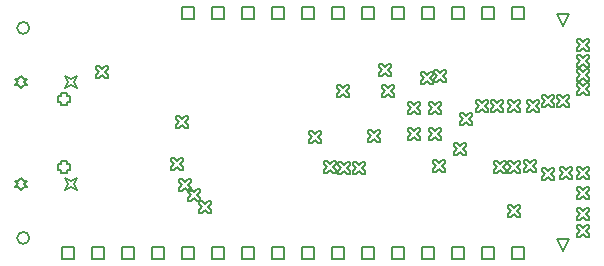
<source format=gbr>
%TF.GenerationSoftware,Altium Limited,Altium Designer,18.1.7 (191)*%
G04 Layer_Color=2752767*
%FSLAX26Y26*%
%MOIN*%
%TF.FileFunction,Drawing*%
%TF.Part,Single*%
G01*
G75*
%TA.AperFunction,NonConductor*%
%ADD29C,0.005000*%
%ADD80C,0.006667*%
D29*
X1741323Y844567D02*
Y884567D01*
X1781323D01*
Y844567D01*
X1741323D01*
X1641323D02*
Y884567D01*
X1681323D01*
Y844567D01*
X1641323D01*
X1541323D02*
Y884567D01*
X1581323D01*
Y844567D01*
X1541323D01*
X1441323D02*
Y884567D01*
X1481323D01*
Y844567D01*
X1441323D01*
X1341323D02*
Y884567D01*
X1381323D01*
Y844567D01*
X1341323D01*
X1241323D02*
Y884567D01*
X1281323D01*
Y844567D01*
X1241323D01*
X1141323D02*
Y884567D01*
X1181323D01*
Y844567D01*
X1141323D01*
X1041323D02*
Y884567D01*
X1081323D01*
Y844567D01*
X1041323D01*
X941323D02*
Y884567D01*
X981323D01*
Y844567D01*
X941323D01*
X841323D02*
Y884567D01*
X881323D01*
Y844567D01*
X841323D01*
X741323D02*
Y884567D01*
X781323D01*
Y844567D01*
X741323D01*
X641323D02*
Y884567D01*
X681323D01*
Y844567D01*
X641323D01*
X1741323Y44567D02*
Y84567D01*
X1781323D01*
Y44567D01*
X1741323D01*
X1641323D02*
Y84567D01*
X1681323D01*
Y44567D01*
X1641323D01*
X1541323D02*
Y84567D01*
X1581323D01*
Y44567D01*
X1541323D01*
X1441323D02*
Y84567D01*
X1481323D01*
Y44567D01*
X1441323D01*
X1341323D02*
Y84567D01*
X1381323D01*
Y44567D01*
X1341323D01*
X1241323D02*
Y84567D01*
X1281323D01*
Y44567D01*
X1241323D01*
X1141323D02*
Y84567D01*
X1181323D01*
Y44567D01*
X1141323D01*
X1041323D02*
Y84567D01*
X1081323D01*
Y44567D01*
X1041323D01*
X941323D02*
Y84567D01*
X981323D01*
Y44567D01*
X941323D01*
X841323D02*
Y84567D01*
X881323D01*
Y44567D01*
X841323D01*
X741323D02*
Y84567D01*
X781323D01*
Y44567D01*
X741323D01*
X641323D02*
Y84567D01*
X681323D01*
Y44567D01*
X641323D01*
X541323D02*
Y84567D01*
X581323D01*
Y44567D01*
X541323D01*
X441323D02*
Y84567D01*
X481323D01*
Y44567D01*
X441323D01*
X341323D02*
Y84567D01*
X381323D01*
Y44567D01*
X341323D01*
X241323D02*
Y84567D01*
X281323D01*
Y44567D01*
X241323D01*
X1911323Y819567D02*
X1891323Y859567D01*
X1931323D01*
X1911323Y819567D01*
Y69567D02*
X1891323Y109567D01*
X1931323D01*
X1911323Y69567D01*
X104529Y274882D02*
X114529Y284882D01*
X124529D01*
X114529Y294882D01*
X124529Y304882D01*
X114529D01*
X104529Y314882D01*
X94529Y304882D01*
X84529D01*
X94529Y294882D01*
X84529Y284882D01*
X94529D01*
X104529Y274882D01*
Y615039D02*
X114529Y625039D01*
X124529D01*
X114529Y635039D01*
X124529Y645039D01*
X114529D01*
X104529Y655039D01*
X94529Y645039D01*
X84529D01*
X94529Y635039D01*
X84529Y625039D01*
X94529D01*
X104529Y615039D01*
X249096Y274882D02*
X259096Y294882D01*
X249096Y314882D01*
X269096Y304882D01*
X289096Y314882D01*
X279096Y294882D01*
X289096Y274882D01*
X269096Y284882D01*
X249096Y274882D01*
Y615039D02*
X259096Y635039D01*
X249096Y655039D01*
X269096Y645039D01*
X289096Y655039D01*
X279096Y635039D01*
X289096Y615039D01*
X269096Y625039D01*
X249096Y615039D01*
X238230Y341181D02*
Y331181D01*
X258230D01*
Y341181D01*
X268230D01*
Y361181D01*
X258230D01*
Y371181D01*
X238230D01*
Y361181D01*
X228230D01*
Y341181D01*
X238230D01*
Y568740D02*
Y558740D01*
X258230D01*
Y568740D01*
X268230D01*
Y588740D01*
X258230D01*
Y598740D01*
X238230D01*
Y588740D01*
X228230D01*
Y568740D01*
X238230D01*
X1297913Y653228D02*
X1307913D01*
X1317913Y663228D01*
X1327913Y653228D01*
X1337913D01*
Y663228D01*
X1327913Y673228D01*
X1337913Y683228D01*
Y693228D01*
X1327913D01*
X1317913Y683228D01*
X1307913Y693228D01*
X1297913D01*
Y683228D01*
X1307913Y673228D01*
X1297913Y663228D01*
Y653228D01*
X1728032Y184724D02*
X1738032D01*
X1748032Y194724D01*
X1758032Y184724D01*
X1768032D01*
Y194724D01*
X1758032Y204724D01*
X1768032Y214724D01*
Y224724D01*
X1758032D01*
X1748032Y214724D01*
X1738032Y224724D01*
X1728032D01*
Y214724D01*
X1738032Y204724D01*
X1728032Y194724D01*
Y184724D01*
X629606Y271339D02*
X639606D01*
X649606Y281339D01*
X659606Y271339D01*
X669606D01*
Y281339D01*
X659606Y291339D01*
X669606Y301339D01*
Y311339D01*
X659606D01*
X649606Y301339D01*
X639606Y311339D01*
X629606D01*
Y301339D01*
X639606Y291339D01*
X629606Y281339D01*
Y271339D01*
X659134Y237874D02*
X669134D01*
X679134Y247874D01*
X689134Y237874D01*
X699134D01*
Y247874D01*
X689134Y257874D01*
X699134Y267874D01*
Y277874D01*
X689134D01*
X679134Y267874D01*
X669134Y277874D01*
X659134D01*
Y267874D01*
X669134Y257874D01*
X659134Y247874D01*
Y237874D01*
X698504Y198504D02*
X708504D01*
X718504Y208504D01*
X728504Y198504D01*
X738504D01*
Y208504D01*
X728504Y218504D01*
X738504Y228504D01*
Y238504D01*
X728504D01*
X718504Y228504D01*
X708504Y238504D01*
X698504D01*
Y228504D01*
X708504Y218504D01*
X698504Y208504D01*
Y198504D01*
X354016Y648698D02*
X364016D01*
X374016Y658698D01*
X384016Y648698D01*
X394016D01*
Y658698D01*
X384016Y668698D01*
X394016Y678698D01*
Y688698D01*
X384016D01*
X374016Y678698D01*
X364016Y688698D01*
X354016D01*
Y678698D01*
X364016Y668698D01*
X354016Y658698D01*
Y648698D01*
X602978Y340824D02*
X612978D01*
X622978Y350824D01*
X632978Y340824D01*
X642978D01*
Y350824D01*
X632978Y360824D01*
X642978Y370824D01*
Y380824D01*
X632978D01*
X622978Y370824D01*
X612978Y380824D01*
X602978D01*
Y370824D01*
X612978Y360824D01*
X602978Y350824D01*
Y340824D01*
X619764Y482172D02*
X629764D01*
X639764Y492172D01*
X649764Y482172D01*
X659764D01*
Y492172D01*
X649764Y502172D01*
X659764Y512172D01*
Y522172D01*
X649764D01*
X639764Y512172D01*
X629764Y522172D01*
X619764D01*
Y512172D01*
X629764Y502172D01*
X619764Y492172D01*
Y482172D01*
X1156102Y583111D02*
X1166102D01*
X1176102Y593111D01*
X1186102Y583111D01*
X1196102D01*
Y593111D01*
X1186102Y603111D01*
X1196102Y613111D01*
Y623111D01*
X1186102D01*
X1176102Y613111D01*
X1166102Y623111D01*
X1156102D01*
Y613111D01*
X1166102Y603111D01*
X1156102Y593111D01*
Y583111D01*
X1308740Y583740D02*
X1318740D01*
X1328740Y593740D01*
X1338740Y583740D01*
X1348740D01*
Y593740D01*
X1338740Y603740D01*
X1348740Y613740D01*
Y623740D01*
X1338740D01*
X1328740Y613740D01*
X1318740Y623740D01*
X1308740D01*
Y613740D01*
X1318740Y603740D01*
X1308740Y593740D01*
Y583740D01*
X1113858Y329606D02*
X1123858D01*
X1133858Y339606D01*
X1143858Y329606D01*
X1153858D01*
Y339606D01*
X1143858Y349606D01*
X1153858Y359606D01*
Y369606D01*
X1143858D01*
X1133858Y359606D01*
X1123858Y369606D01*
X1113858D01*
Y359606D01*
X1123858Y349606D01*
X1113858Y339606D01*
Y329606D01*
X1161102Y328031D02*
X1171102D01*
X1181102Y338031D01*
X1191102Y328031D01*
X1201102D01*
Y338031D01*
X1191102Y348031D01*
X1201102Y358031D01*
Y368031D01*
X1191102D01*
X1181102Y358031D01*
X1171102Y368031D01*
X1161102D01*
Y358031D01*
X1171102Y348031D01*
X1161102Y338031D01*
Y328031D01*
X1958347Y116221D02*
X1968347D01*
X1978347Y126221D01*
X1988347Y116221D01*
X1998347D01*
Y126221D01*
X1988347Y136220D01*
X1998347Y146220D01*
Y156220D01*
X1988347D01*
X1978347Y146220D01*
X1968347Y156220D01*
X1958347D01*
Y146220D01*
X1968347Y136220D01*
X1958347Y126221D01*
Y116221D01*
Y175276D02*
X1968347D01*
X1978347Y185276D01*
X1988347Y175276D01*
X1998347D01*
Y185276D01*
X1988347Y195276D01*
X1998347Y205276D01*
Y215276D01*
X1988347D01*
X1978347Y205276D01*
X1968347Y215276D01*
X1958347D01*
Y205276D01*
X1968347Y195276D01*
X1958347Y185276D01*
Y175276D01*
X1958347Y244173D02*
X1968347D01*
X1978347Y254173D01*
X1988347Y244173D01*
X1998347D01*
Y254173D01*
X1988347Y264173D01*
X1998347Y274173D01*
Y284173D01*
X1988347D01*
X1978347Y274173D01*
X1968347Y284173D01*
X1958347D01*
Y274173D01*
X1968347Y264173D01*
X1958347Y254173D01*
Y244173D01*
X1958347Y736299D02*
X1968347D01*
X1978347Y746299D01*
X1988347Y736299D01*
X1998347D01*
Y746299D01*
X1988347Y756299D01*
X1998347Y766299D01*
Y776299D01*
X1988347D01*
X1978347Y766299D01*
X1968347Y776299D01*
X1958347D01*
Y766299D01*
X1968347Y756299D01*
X1958347Y746299D01*
Y736299D01*
X1958347Y685512D02*
X1968347D01*
X1978347Y695512D01*
X1988347Y685512D01*
X1998347D01*
Y695512D01*
X1988347Y705512D01*
X1998347Y715512D01*
Y725512D01*
X1988347D01*
X1978347Y715512D01*
X1968347Y725512D01*
X1958347D01*
Y715512D01*
X1968347Y705512D01*
X1958347Y695512D01*
Y685512D01*
Y637495D02*
X1968347D01*
X1978347Y647495D01*
X1988347Y637495D01*
X1998347D01*
Y647495D01*
X1988347Y657495D01*
X1998347Y667495D01*
Y677495D01*
X1988347D01*
X1978347Y667495D01*
X1968347Y677495D01*
X1958347D01*
Y667495D01*
X1968347Y657495D01*
X1958347Y647495D01*
Y637495D01*
Y589354D02*
X1968347D01*
X1978347Y599354D01*
X1988347Y589354D01*
X1998347D01*
Y599354D01*
X1988347Y609354D01*
X1998347Y619354D01*
Y629354D01*
X1988347D01*
X1978347Y619354D01*
X1968347Y629354D01*
X1958347D01*
Y619354D01*
X1968347Y609354D01*
X1958347Y599354D01*
Y589354D01*
X1889449Y551777D02*
X1899449D01*
X1909449Y561777D01*
X1919449Y551777D01*
X1929449D01*
Y561777D01*
X1919449Y571777D01*
X1929449Y581777D01*
Y591777D01*
X1919449D01*
X1909449Y581777D01*
X1899449Y591777D01*
X1889449D01*
Y581777D01*
X1899449Y571777D01*
X1889449Y561777D01*
Y551777D01*
X1840236Y551773D02*
X1850236D01*
X1860236Y561773D01*
X1870236Y551773D01*
X1880236D01*
Y561773D01*
X1870236Y571773D01*
X1880236Y581773D01*
Y591773D01*
X1870236D01*
X1860236Y581773D01*
X1850236Y591773D01*
X1840236D01*
Y581773D01*
X1850236Y571773D01*
X1840236Y561773D01*
Y551773D01*
X1791024Y532695D02*
X1801024D01*
X1811024Y542695D01*
X1821024Y532695D01*
X1831024D01*
Y542695D01*
X1821024Y552695D01*
X1831024Y562695D01*
Y572695D01*
X1821024D01*
X1811024Y562695D01*
X1801024Y572695D01*
X1791024D01*
Y562695D01*
X1801024Y552695D01*
X1791024Y542695D01*
Y532695D01*
X1729016D02*
X1739016D01*
X1749016Y542695D01*
X1759016Y532695D01*
X1769016D01*
Y542695D01*
X1759016Y552695D01*
X1769016Y562695D01*
Y572695D01*
X1759016D01*
X1749016Y562695D01*
X1739016Y572695D01*
X1729016D01*
Y562695D01*
X1739016Y552695D01*
X1729016Y542695D01*
Y532695D01*
X1670943D02*
X1680943D01*
X1690943Y542695D01*
X1700943Y532695D01*
X1710943D01*
Y542695D01*
X1700943Y552695D01*
X1710943Y562695D01*
Y572695D01*
X1700943D01*
X1690943Y562695D01*
X1680943Y572695D01*
X1670943D01*
Y562695D01*
X1680943Y552695D01*
X1670943Y542695D01*
Y532695D01*
X1620963Y534269D02*
X1630963D01*
X1640963Y544269D01*
X1650963Y534269D01*
X1660963D01*
Y544269D01*
X1650963Y554269D01*
X1660963Y564269D01*
Y574269D01*
X1650963D01*
X1640963Y564269D01*
X1630963Y574269D01*
X1620963D01*
Y564269D01*
X1630963Y554269D01*
X1620963Y544269D01*
Y534269D01*
X1679034Y331181D02*
X1689034D01*
X1699034Y341181D01*
X1709034Y331181D01*
X1719034D01*
Y341181D01*
X1709034Y351181D01*
X1719034Y361181D01*
Y371181D01*
X1709034D01*
X1699034Y361181D01*
X1689034Y371181D01*
X1679034D01*
Y361181D01*
X1689034Y351181D01*
X1679034Y341181D01*
Y331181D01*
X1729016D02*
X1739016D01*
X1749016Y341181D01*
X1759016Y331181D01*
X1769016D01*
Y341181D01*
X1759016Y351181D01*
X1769016Y361181D01*
Y371181D01*
X1759016D01*
X1749016Y361181D01*
X1739016Y371181D01*
X1729016D01*
Y361181D01*
X1739016Y351181D01*
X1729016Y341181D01*
Y331181D01*
X1781181Y332756D02*
X1791181D01*
X1801181Y342756D01*
X1811181Y332756D01*
X1821181D01*
Y342756D01*
X1811181Y352756D01*
X1821181Y362756D01*
Y372756D01*
X1811181D01*
X1801181Y362756D01*
X1791181Y372756D01*
X1781181D01*
Y362756D01*
X1791181Y352756D01*
X1781181Y342756D01*
Y332756D01*
X1839252Y307953D02*
X1849252D01*
X1859252Y317953D01*
X1869252Y307953D01*
X1879252D01*
Y317953D01*
X1869252Y327953D01*
X1879252Y337953D01*
Y347953D01*
X1869252D01*
X1859252Y337953D01*
X1849252Y347953D01*
X1839252D01*
Y337953D01*
X1849252Y327953D01*
X1839252Y317953D01*
Y307953D01*
X1899291Y309527D02*
X1909291D01*
X1919291Y319527D01*
X1929291Y309527D01*
X1939291D01*
Y319527D01*
X1929291Y329527D01*
X1939291Y339527D01*
Y349527D01*
X1929291D01*
X1919291Y339527D01*
X1909291Y349527D01*
X1899291D01*
Y339527D01*
X1909291Y329527D01*
X1899291Y319527D01*
Y309527D01*
X1958347Y311102D02*
X1968347D01*
X1978347Y321102D01*
X1988347Y311102D01*
X1998347D01*
Y321102D01*
X1988347Y331102D01*
X1998347Y341102D01*
Y351102D01*
X1988347D01*
X1978347Y341102D01*
X1968347Y351102D01*
X1958347D01*
Y341102D01*
X1968347Y331102D01*
X1958347Y321102D01*
Y311102D01*
X1212284Y328031D02*
X1222284D01*
X1232284Y338031D01*
X1242284Y328031D01*
X1252284D01*
Y338031D01*
X1242284Y348031D01*
X1252284Y358031D01*
Y368031D01*
X1242284D01*
X1232284Y358031D01*
X1222284Y368031D01*
X1212284D01*
Y358031D01*
X1222284Y348031D01*
X1212284Y338031D01*
Y328031D01*
X1259528Y433918D02*
X1269528D01*
X1279528Y443918D01*
X1289528Y433918D01*
X1299528D01*
Y443918D01*
X1289528Y453918D01*
X1299528Y463918D01*
Y473918D01*
X1289528D01*
X1279528Y463918D01*
X1269528Y473918D01*
X1259528D01*
Y463918D01*
X1269528Y453918D01*
X1259528Y443918D01*
Y433918D01*
X1062677Y432162D02*
X1072677D01*
X1082677Y442162D01*
X1092677Y432162D01*
X1102677D01*
Y442162D01*
X1092677Y452162D01*
X1102677Y462162D01*
Y472162D01*
X1092677D01*
X1082677Y462162D01*
X1072677Y472162D01*
X1062677D01*
Y462162D01*
X1072677Y452162D01*
X1062677Y442162D01*
Y432162D01*
X1394173Y440262D02*
X1404173D01*
X1414173Y450262D01*
X1424173Y440262D01*
X1434173D01*
Y450262D01*
X1424173Y460262D01*
X1434173Y470262D01*
Y480262D01*
X1424173D01*
X1414173Y470262D01*
X1404173Y480262D01*
X1394173D01*
Y470262D01*
X1404173Y460262D01*
X1394173Y450262D01*
Y440262D01*
X1464252Y441837D02*
X1474252D01*
X1484252Y451837D01*
X1494252Y441837D01*
X1504252D01*
Y451837D01*
X1494252Y461837D01*
X1504252Y471837D01*
Y481837D01*
X1494252D01*
X1484252Y471837D01*
X1474252Y481837D01*
X1464252D01*
Y471837D01*
X1474252Y461837D01*
X1464252Y451837D01*
Y441837D01*
Y527334D02*
X1474252D01*
X1484252Y537334D01*
X1494252Y527334D01*
X1504252D01*
Y537334D01*
X1494252Y547334D01*
X1504252Y557334D01*
Y567334D01*
X1494252D01*
X1484252Y557334D01*
X1474252Y567334D01*
X1464252D01*
Y557334D01*
X1474252Y547334D01*
X1464252Y537334D01*
Y527334D01*
X1394173Y528909D02*
X1404173D01*
X1414173Y538909D01*
X1424173Y528909D01*
X1434173D01*
Y538909D01*
X1424173Y548909D01*
X1434173Y558909D01*
Y568909D01*
X1424173D01*
X1414173Y558909D01*
X1404173Y568909D01*
X1394173D01*
Y558909D01*
X1404173Y548909D01*
X1394173Y538909D01*
Y528909D01*
X1479213Y634724D02*
X1489213D01*
X1499213Y644724D01*
X1509213Y634724D01*
X1519213D01*
Y644724D01*
X1509213Y654724D01*
X1519213Y664724D01*
Y674724D01*
X1509213D01*
X1499213Y664724D01*
X1489213Y674724D01*
X1479213D01*
Y664724D01*
X1489213Y654724D01*
X1479213Y644724D01*
Y634724D01*
X1566889Y491811D02*
X1576889D01*
X1586889Y501811D01*
X1596889Y491811D01*
X1606889D01*
Y501811D01*
X1596889Y511811D01*
X1606889Y521811D01*
Y531811D01*
X1596889D01*
X1586889Y521811D01*
X1576889Y531811D01*
X1566889D01*
Y521811D01*
X1576889Y511811D01*
X1566889Y501811D01*
Y491811D01*
X1476063Y334331D02*
X1486063D01*
X1496063Y344331D01*
X1506063Y334331D01*
X1516063D01*
Y344331D01*
X1506063Y354331D01*
X1516063Y364331D01*
Y374331D01*
X1506063D01*
X1496063Y364331D01*
X1486063Y374331D01*
X1476063D01*
Y364331D01*
X1486063Y354331D01*
X1476063Y344331D01*
Y334331D01*
X1546416Y392443D02*
X1556416D01*
X1566416Y402443D01*
X1576416Y392443D01*
X1586416D01*
Y402443D01*
X1576416Y412443D01*
X1586416Y422443D01*
Y432443D01*
X1576416D01*
X1566416Y422443D01*
X1556416Y432443D01*
X1546416D01*
Y422443D01*
X1556416Y412443D01*
X1546416Y402443D01*
Y392443D01*
X1436693Y628032D02*
X1446693D01*
X1456693Y638032D01*
X1466693Y628032D01*
X1476693D01*
Y638032D01*
X1466693Y648032D01*
X1476693Y658032D01*
Y668032D01*
X1466693D01*
X1456693Y658032D01*
X1446693Y668032D01*
X1436693D01*
Y658032D01*
X1446693Y648032D01*
X1436693Y638032D01*
Y628032D01*
D80*
X131323Y114567D02*
G03*
X131323Y114567I-20000J0D01*
G01*
Y814567D02*
G03*
X131323Y814567I-20000J0D01*
G01*
%TF.MD5,f3620b8dd20d71219ca699f173f977a4*%
M02*

</source>
